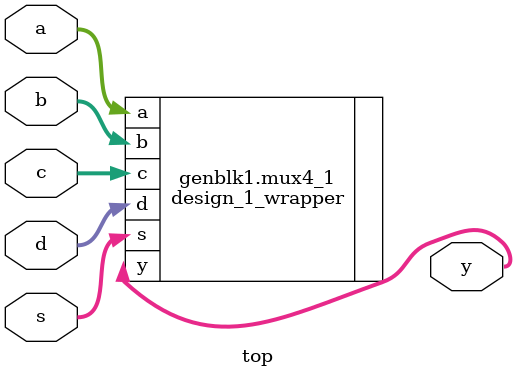
<source format=v>

module top(input [2:0] a,
           input [2:0] b,
           input [2:0] c,
           input [2:0] d,
           input [1:0] s,
           output [2:0] y);
    parameter type = 1; // 0:模块实现, 1:IP核实现
    
    if (type == 0) 
        mux4_1_module mux4_1
                        (.a(a), 
                        .b(b), 
                        .c(c), 
                        .d(d), 
                        .s(s), 
                        .y(y));
    else 
        design_1_wrapper mux4_1
                        (.a(a), 
                        .b(b), 
                        .c(c), 
                        .d(d), 
                        .s(s), 
                        .y(y));

endmodule
</source>
